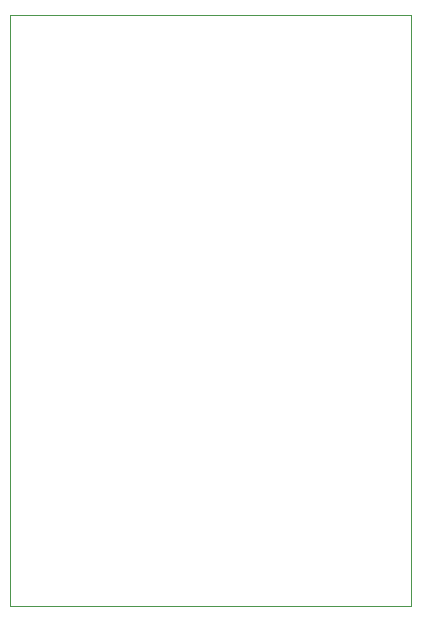
<source format=gbr>
%TF.GenerationSoftware,Altium Limited,Altium Designer,20.0.13 (296)*%
G04 Layer_Color=0*
%FSLAX45Y45*%
%MOMM*%
%TF.FileFunction,Profile,NP*%
%TF.Part,Single*%
G01*
G75*
%TA.AperFunction,Profile*%
%ADD67C,0.02540*%
D67*
X11582399Y5715000D02*
X14973300Y5715000D01*
Y10718800D01*
X11582400D01*
X11582400Y10718800D01*
X11582399Y5715000D01*
%TF.MD5,31cbccdcba0ff6624c35c9b6ac0249b5*%
M02*

</source>
